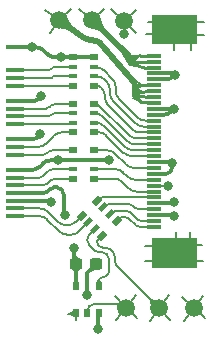
<source format=gbr>
%TF.GenerationSoftware,KiCad,Pcbnew,9.0.4*%
%TF.CreationDate,2025-09-07T07:02:52-04:00*%
%TF.ProjectId,flex_partial,666c6578-5f70-4617-9274-69616c2e6b69,v20231105*%
%TF.SameCoordinates,Original*%
%TF.FileFunction,Copper,L1,Top*%
%TF.FilePolarity,Positive*%
%FSLAX46Y46*%
G04 Gerber Fmt 4.6, Leading zero omitted, Abs format (unit mm)*
G04 Created by KiCad (PCBNEW 9.0.4) date 2025-09-07 07:02:52*
%MOMM*%
%LPD*%
G01*
G04 APERTURE LIST*
G04 Aperture macros list*
%AMRoundRect*
0 Rectangle with rounded corners*
0 $1 Rounding radius*
0 $2 $3 $4 $5 $6 $7 $8 $9 X,Y pos of 4 corners*
0 Add a 4 corners polygon primitive as box body*
4,1,4,$2,$3,$4,$5,$6,$7,$8,$9,$2,$3,0*
0 Add four circle primitives for the rounded corners*
1,1,$1+$1,$2,$3*
1,1,$1+$1,$4,$5*
1,1,$1+$1,$6,$7*
1,1,$1+$1,$8,$9*
0 Add four rect primitives between the rounded corners*
20,1,$1+$1,$2,$3,$4,$5,0*
20,1,$1+$1,$4,$5,$6,$7,0*
20,1,$1+$1,$6,$7,$8,$9,0*
20,1,$1+$1,$8,$9,$2,$3,0*%
%AMRotRect*
0 Rectangle, with rotation*
0 The origin of the aperture is its center*
0 $1 length*
0 $2 width*
0 $3 Rotation angle, in degrees counterclockwise*
0 Add horizontal line*
21,1,$1,$2,0,0,$3*%
G04 Aperture macros list end*
%TA.AperFunction,Conductor*%
%ADD10C,0.200000*%
%TD*%
%TA.AperFunction,NonConductor*%
%ADD11C,0.200000*%
%TD*%
%TA.AperFunction,EtchedComponent*%
%ADD12C,0.000000*%
%TD*%
%TA.AperFunction,SMDPad,CuDef*%
%ADD13C,1.500000*%
%TD*%
%TA.AperFunction,SMDPad,CuDef*%
%ADD14RoundRect,0.237500X-0.300000X-0.237500X0.300000X-0.237500X0.300000X0.237500X-0.300000X0.237500X0*%
%TD*%
%TA.AperFunction,SMDPad,CuDef*%
%ADD15RotRect,0.800000X0.500000X45.000000*%
%TD*%
%TA.AperFunction,SMDPad,CuDef*%
%ADD16RotRect,0.800000X0.400000X45.000000*%
%TD*%
%TA.AperFunction,SMDPad,CuDef*%
%ADD17R,0.800000X0.500000*%
%TD*%
%TA.AperFunction,SMDPad,CuDef*%
%ADD18R,0.800000X0.400000*%
%TD*%
%TA.AperFunction,CastellatedPad*%
%ADD19C,0.450000*%
%TD*%
%TA.AperFunction,ComponentPad*%
%ADD20C,0.450000*%
%TD*%
%TA.AperFunction,SMDPad,CuDef*%
%ADD21R,1.350000X0.450000*%
%TD*%
%TA.AperFunction,SMDPad,CuDef*%
%ADD22R,1.300000X0.300000*%
%TD*%
%TA.AperFunction,SMDPad,CuDef*%
%ADD23R,0.510000X0.700000*%
%TD*%
%TA.AperFunction,ViaPad*%
%ADD24C,0.800000*%
%TD*%
%TA.AperFunction,Conductor*%
%ADD25C,0.300000*%
%TD*%
%TA.AperFunction,Conductor*%
%ADD26C,0.500000*%
%TD*%
%TA.AperFunction,Conductor*%
%ADD27C,0.250000*%
%TD*%
G04 APERTURE END LIST*
D10*
%TO.N,+3.3VA*%
X91500000Y-112700000D02*
X91900000Y-112300000D01*
D11*
X101200000Y-110400000D02*
X101200000Y-109300000D01*
D10*
%TO.N,Net-(J4-Pin_1)*%
X95800000Y-115700000D02*
X96700000Y-116600000D01*
%TO.N,Net-(J5-Pin_1)*%
X97900000Y-115000000D02*
X98500000Y-115200000D01*
%TO.N,+3V3*%
X96600000Y-97600000D02*
X97000000Y-97800000D01*
%TO.N,GND*%
X92700000Y-112500000D02*
X92900000Y-111900000D01*
%TO.N,+5V*%
X96200000Y-95000000D02*
G75*
G02*
X96164658Y-94956894I200100J200100D01*
G01*
D11*
X101500000Y-92600000D02*
X102400000Y-92600000D01*
D10*
%TO.N,unconnected-(U1-NC-Pad1)*%
X91400000Y-116200000D02*
X90900000Y-116200000D01*
%TO.N,+5V*%
X93600000Y-92200000D02*
X92800000Y-91900000D01*
%TO.N,+3.3VA*%
X91400000Y-113600000D02*
X91500000Y-113200000D01*
%TO.N,+3V3*%
X90100000Y-91300000D02*
X89300000Y-92400000D01*
%TO.N,unconnected-(U1-NC-Pad1)*%
X91000000Y-116200000D02*
X91400000Y-116000000D01*
%TO.N,GND*%
X101500000Y-115700000D02*
X100500000Y-114800000D01*
D11*
X100000000Y-110400000D02*
X100000000Y-109300000D01*
D10*
%TO.N,+5V*%
X96500000Y-94700000D02*
X96858256Y-94355628D01*
D11*
X101400000Y-111700000D02*
X102300000Y-111700000D01*
D10*
%TO.N,GND*%
X93600000Y-116400000D02*
X93400000Y-116800000D01*
%TO.N,+3V3*%
X90100000Y-91300000D02*
X88900000Y-90500000D01*
X96600000Y-97000000D02*
X97000000Y-96800000D01*
%TO.N,Net-(J4-Pin_1)*%
X95800000Y-115700000D02*
X96600000Y-114600000D01*
D11*
X98300000Y-111700000D02*
X97400000Y-111700000D01*
D10*
%TO.N,+5V*%
X92900000Y-91300000D02*
X91800000Y-90400000D01*
%TO.N,+3V3*%
X97000000Y-96800000D02*
X96500000Y-96400000D01*
X90100000Y-91900000D02*
X90900000Y-92100000D01*
%TO.N,Net-(J4-Pin_1)*%
X95200000Y-115700000D02*
X95000000Y-115400000D01*
%TO.N,Net-(J5-Pin_1)*%
X98000000Y-115700000D02*
X97900000Y-115000000D01*
%TO.N,+3V3*%
X90700000Y-91200000D02*
X91100000Y-91800000D01*
%TO.N,+5V*%
X96200000Y-94400000D02*
X96858255Y-94355628D01*
%TO.N,Net-(J5-Pin_1)*%
X98600000Y-115700000D02*
X99500000Y-116700000D01*
%TO.N,GND*%
X101500000Y-115700000D02*
X100700000Y-116800000D01*
%TO.N,Net-(J3-Pin_1)*%
X95600000Y-91400000D02*
X94500000Y-90400000D01*
%TO.N,Net-(J4-Pin_1)*%
X95000000Y-115400000D02*
X95600000Y-115200000D01*
D11*
X101400000Y-91500000D02*
X102400000Y-91500000D01*
D10*
%TO.N,+3V3*%
X96600000Y-97200000D02*
X97200000Y-97400000D01*
X97000000Y-97800000D02*
X96800000Y-98000000D01*
D11*
X101300000Y-93100000D02*
X101300000Y-93900000D01*
D10*
X97200000Y-97400000D02*
X96600000Y-97600000D01*
%TO.N,Net-(J3-Pin_1)*%
X96600000Y-90500000D02*
X95600000Y-91400000D01*
%TO.N,+3.3VA*%
X91200000Y-112300000D02*
X91500000Y-112700000D01*
%TO.N,Net-(J5-Pin_1)*%
X98600000Y-115700000D02*
X97800000Y-116800000D01*
%TO.N,+5V*%
X96058601Y-95093100D02*
X95400000Y-94000000D01*
D11*
X98400000Y-92500000D02*
X97500000Y-92500000D01*
D10*
%TO.N,GND*%
X93300000Y-112300000D02*
X92600000Y-112700000D01*
D11*
X98500000Y-91500000D02*
X97600000Y-91500000D01*
D10*
%TO.N,+3V3*%
X90100000Y-91300000D02*
X91100000Y-90400000D01*
X96800000Y-97050000D02*
X97300000Y-96800000D01*
%TO.N,Net-(J3-Pin_1)*%
X95600000Y-91400000D02*
X96600000Y-92400000D01*
%TO.N,+5V*%
X96500000Y-95100000D02*
X97224375Y-94850000D01*
%TO.N,+3.3VA*%
X91500000Y-113200000D02*
X91700000Y-113600000D01*
%TO.N,+5V*%
X93800000Y-92000000D02*
X93500000Y-91100000D01*
%TO.N,+3V3*%
X96800000Y-96900000D02*
X96800000Y-97200000D01*
%TO.N,/CTRL*%
X93300000Y-113600000D02*
X93500000Y-113300000D01*
%TO.N,+3V3*%
X97000000Y-98300000D02*
X96400000Y-97900000D01*
%TO.N,GND*%
X101500000Y-115700000D02*
X102300000Y-114700000D01*
%TO.N,Net-(J4-Pin_1)*%
X95800000Y-115700000D02*
X94800000Y-114700000D01*
%TO.N,/CTRL*%
X93600000Y-113600000D02*
X93502711Y-113300000D01*
%TO.N,+5V*%
X92900000Y-91300000D02*
X93900000Y-90400000D01*
%TO.N,unconnected-(U1-NC-Pad1)*%
X91000000Y-116200000D02*
X91400000Y-116400000D01*
X91560000Y-116160000D02*
X91560000Y-116760000D01*
%TO.N,+3.3VA*%
X91400000Y-111200000D02*
X91700000Y-111600000D01*
%TO.N,Net-(J5-Pin_1)*%
X98600000Y-115700000D02*
X99400000Y-114600000D01*
%TO.N,Net-(J4-Pin_1)*%
X95800000Y-115700000D02*
X94900000Y-116700000D01*
D11*
X98300000Y-110500000D02*
X97400000Y-110500000D01*
X99800000Y-93100000D02*
X99800000Y-93900000D01*
D10*
%TO.N,Net-(J3-Pin_1)*%
X95600000Y-91400000D02*
X96600000Y-90500000D01*
D11*
X101200000Y-110400000D02*
X102200000Y-110400000D01*
D10*
%TO.N,+5V*%
X96100000Y-95100000D02*
X96700000Y-95200000D01*
%TO.N,+3.3VA*%
X91400000Y-111200000D02*
X91200000Y-111700000D01*
%TO.N,GND*%
X101500000Y-115700000D02*
X102500000Y-116600000D01*
D12*
%TA.AperFunction,EtchedComponent*%
%TD*%
%TO.C,J6*%
G36*
X101780000Y-93382000D02*
G01*
X97980000Y-93382000D01*
X97980000Y-90882000D01*
X101780000Y-90882000D01*
X101780000Y-93382000D01*
G37*
%TD.AperFunction*%
%TA.AperFunction,EtchedComponent*%
%TO.C,J6*%
G36*
X101780000Y-112318000D02*
G01*
X97980000Y-112318000D01*
X97980000Y-109818000D01*
X101780000Y-109818000D01*
X101780000Y-112318000D01*
G37*
%TD.AperFunction*%
%TD*%
D13*
%TO.P,J3.1,1,Pin_1*%
%TO.N,GND*%
X101500000Y-115700000D03*
%TD*%
D14*
%TO.P,C1,1*%
%TO.N,+3.3VA*%
X91537500Y-112000000D03*
%TO.P,C1,2*%
%TO.N,GND*%
X93262500Y-112000000D03*
%TD*%
D15*
%TO.P,RN4,1,R1.1*%
%TO.N,Net-(RN4-R1.1)*%
X92015076Y-107887868D03*
D16*
%TO.P,RN4,2,R2.1*%
%TO.N,Net-(RN4-R2.1)*%
X92580761Y-108453553D03*
%TO.P,RN4,3,R3.1*%
%TO.N,/CTRL*%
X93146447Y-109019239D03*
D15*
%TO.P,RN4,4,R4.1*%
%TO.N,Net-(J5-Pin_1)*%
X93712132Y-109584924D03*
%TO.P,RN4,5,R4.2*%
%TO.N,Net-(J6-Pin_1)*%
X94984924Y-108312132D03*
D16*
%TO.P,RN4,6,R3.2*%
%TO.N,Net-(J6-Pin_2)*%
X94419239Y-107746447D03*
%TO.P,RN4,7,R2.2*%
%TO.N,Net-(J6-Pin_4)*%
X93853553Y-107180761D03*
D15*
%TO.P,RN4,8,R1.2*%
%TO.N,Net-(J6-Pin_6)*%
X93287868Y-106615076D03*
%TD*%
D17*
%TO.P,RN3,1,R1.1*%
%TO.N,Net-(RN3-R1.1)*%
X91300000Y-102350000D03*
D18*
%TO.P,RN3,2,R2.1*%
%TO.N,GND*%
X91300000Y-103150000D03*
%TO.P,RN3,3,R3.1*%
%TO.N,Net-(RN3-R3.1)*%
X91300000Y-103950000D03*
D17*
%TO.P,RN3,4,R4.1*%
%TO.N,Net-(RN3-R4.1)*%
X91300000Y-104750000D03*
%TO.P,RN3,5,R4.2*%
%TO.N,Net-(J6-Pin_7)*%
X93100000Y-104750000D03*
D18*
%TO.P,RN3,6,R3.2*%
%TO.N,Net-(J6-Pin_9)*%
X93100000Y-103950000D03*
%TO.P,RN3,7,R2.2*%
%TO.N,GND*%
X93100000Y-103150000D03*
D17*
%TO.P,RN3,8,R1.2*%
%TO.N,Net-(J6-Pin_11)*%
X93100000Y-102350000D03*
%TD*%
%TO.P,RN2,1,R1.1*%
%TO.N,Net-(RN2-R1.1)*%
X91300000Y-98420000D03*
D18*
%TO.P,RN2,2,R2.1*%
%TO.N,Net-(RN2-R2.1)*%
X91300000Y-99220000D03*
%TO.P,RN2,3,R3.1*%
%TO.N,Net-(RN2-R3.1)*%
X91300000Y-100020000D03*
D17*
%TO.P,RN2,4,R4.1*%
%TO.N,Net-(RN2-R4.1)*%
X91300000Y-100820000D03*
%TO.P,RN2,5,R4.2*%
%TO.N,Net-(J6-Pin_13)*%
X93100000Y-100820000D03*
D18*
%TO.P,RN2,6,R3.2*%
%TO.N,Net-(J6-Pin_14)*%
X93100000Y-100020000D03*
%TO.P,RN2,7,R2.2*%
%TO.N,Net-(J6-Pin_15)*%
X93100000Y-99220000D03*
D17*
%TO.P,RN2,8,R1.2*%
%TO.N,Net-(J6-Pin_16)*%
X93100000Y-98420000D03*
%TD*%
D19*
%TO.P,X2,1,Pin_1*%
%TO.N,+3.3VA*%
X85760000Y-105980000D03*
D20*
X86435000Y-105980000D03*
D21*
X86435000Y-105980000D03*
%TD*%
D13*
%TO.P,J1,1,Pin_1*%
%TO.N,+5V*%
X92900000Y-91300000D03*
%TD*%
%TO.P,J3,1,Pin_1*%
%TO.N,Net-(J3-Pin_1)*%
X95600000Y-91400000D03*
%TD*%
D22*
%TO.P,J6,1,Pin_1*%
%TO.N,Net-(J6-Pin_1)*%
X98150000Y-108850000D03*
%TO.P,J6,2,Pin_2*%
%TO.N,Net-(J6-Pin_2)*%
X98150000Y-108350000D03*
%TO.P,J6,3,Pin_3*%
%TO.N,GND*%
X98150000Y-107850000D03*
%TO.P,J6,4,Pin_4*%
%TO.N,Net-(J6-Pin_4)*%
X98150000Y-107350000D03*
%TO.P,J6,5,Pin_5*%
%TO.N,GND*%
X98150000Y-106850000D03*
%TO.P,J6,6,Pin_6*%
%TO.N,Net-(J6-Pin_6)*%
X98150000Y-106350000D03*
%TO.P,J6,7,Pin_7*%
%TO.N,Net-(J6-Pin_7)*%
X98150000Y-105850000D03*
%TO.P,J6,8,Pin_8*%
%TO.N,Net-(J3-Pin_1)*%
X98150000Y-105350000D03*
%TO.P,J6,9,Pin_9*%
%TO.N,Net-(J6-Pin_9)*%
X98150000Y-104850000D03*
%TO.P,J6,10,Pin_10*%
%TO.N,GND*%
X98150000Y-104350000D03*
%TO.P,J6,11,Pin_11*%
%TO.N,Net-(J6-Pin_11)*%
X98150000Y-103850000D03*
%TO.P,J6,12,Pin_12*%
%TO.N,GND*%
X98150000Y-103350000D03*
%TO.P,J6,13,Pin_13*%
%TO.N,Net-(J6-Pin_13)*%
X98150000Y-102850000D03*
%TO.P,J6,14,Pin_14*%
%TO.N,Net-(J6-Pin_14)*%
X98150000Y-102350000D03*
%TO.P,J6,15,Pin_15*%
%TO.N,Net-(J6-Pin_15)*%
X98150000Y-101850000D03*
%TO.P,J6,16,Pin_16*%
%TO.N,Net-(J6-Pin_16)*%
X98150000Y-101350000D03*
%TO.P,J6,17,Pin_17*%
%TO.N,Net-(J6-Pin_17)*%
X98150000Y-100850000D03*
%TO.P,J6,18,Pin_18*%
%TO.N,Net-(J6-Pin_18)*%
X98150000Y-100350000D03*
%TO.P,J6,19,Pin_19*%
%TO.N,Net-(J6-Pin_19)*%
X98150000Y-99850000D03*
%TO.P,J6,20,Pin_20*%
%TO.N,GND*%
X98150000Y-99350000D03*
%TO.P,J6,21,Pin_21*%
X98150000Y-98850000D03*
%TO.P,J6,22,Pin_22*%
%TO.N,+3V3*%
X98150000Y-98350000D03*
%TO.P,J6,23,Pin_23*%
X98150000Y-97850000D03*
%TO.P,J6,24,Pin_24*%
X98150000Y-97350000D03*
%TO.P,J6,25,Pin_25*%
X98150000Y-96850000D03*
%TO.P,J6,26,Pin_26*%
%TO.N,GND*%
X98150000Y-96350000D03*
%TO.P,J6,27,Pin_27*%
X98150000Y-95850000D03*
%TO.P,J6,28,Pin_28*%
%TO.N,+5V*%
X98150000Y-95350000D03*
%TO.P,J6,29,Pin_29*%
X98150000Y-94850000D03*
%TO.P,J6,30,Pin_30*%
X98150000Y-94350000D03*
%TD*%
D17*
%TO.P,RN1,1,R1.1*%
%TO.N,GND*%
X91300000Y-94500000D03*
D18*
%TO.P,RN1,2,R2.1*%
%TO.N,Net-(RN1-R2.1)*%
X91300000Y-95300000D03*
%TO.P,RN1,3,R3.1*%
%TO.N,Net-(RN1-R3.1)*%
X91300000Y-96100000D03*
D17*
%TO.P,RN1,4,R4.1*%
%TO.N,Net-(RN1-R4.1)*%
X91300000Y-96900000D03*
%TO.P,RN1,5,R4.2*%
%TO.N,Net-(J6-Pin_17)*%
X93100000Y-96900000D03*
D18*
%TO.P,RN1,6,R3.2*%
%TO.N,Net-(J6-Pin_18)*%
X93100000Y-96100000D03*
%TO.P,RN1,7,R2.2*%
%TO.N,Net-(J6-Pin_19)*%
X93100000Y-95300000D03*
D17*
%TO.P,RN1,8,R1.2*%
%TO.N,GND*%
X93100000Y-94500000D03*
%TD*%
D13*
%TO.P,J5,1,Pin_1*%
%TO.N,Net-(J5-Pin_1)*%
X98600000Y-115700000D03*
%TD*%
%TO.P,J2,1,Pin_1*%
%TO.N,+3V3*%
X90100000Y-91300000D03*
%TD*%
D19*
%TO.P,X1,6,SCLK*%
%TO.N,Net-(RN4-R2.1)*%
X85755000Y-107930000D03*
D20*
X86430000Y-107930000D03*
D21*
X86430000Y-107930000D03*
D19*
%TO.P,X1,7,SDATA*%
%TO.N,Net-(RN4-R1.1)*%
X85755000Y-107280000D03*
D20*
X86430000Y-107280000D03*
D21*
X86430000Y-107280000D03*
D19*
%TO.P,X1,8,GND*%
%TO.N,GND*%
X85755000Y-106630000D03*
D20*
X86430000Y-106630000D03*
D21*
X86430000Y-106630000D03*
D19*
%TO.P,X1,10,LRCLK*%
%TO.N,Net-(RN3-R4.1)*%
X85755000Y-105330000D03*
D20*
X86430000Y-105330000D03*
D21*
X86430000Y-105330000D03*
D19*
%TO.P,X1,11,VCLK*%
%TO.N,Net-(RN3-R3.1)*%
X85755000Y-104680000D03*
D20*
X86430000Y-104680000D03*
D21*
X86430000Y-104680000D03*
D19*
%TO.P,X1,12,GND*%
%TO.N,GND*%
X85755000Y-104030000D03*
D20*
X86430000Y-104030000D03*
D21*
X86430000Y-104030000D03*
D19*
%TO.P,X1,14,nDSYNC*%
%TO.N,Net-(RN3-R1.1)*%
X85755000Y-102730000D03*
D20*
X86430000Y-102730000D03*
D21*
X86430000Y-102730000D03*
D19*
%TO.P,X1,15,D6*%
%TO.N,Net-(RN2-R4.1)*%
X85755000Y-102080000D03*
D20*
X86430000Y-102080000D03*
D21*
X86430000Y-102080000D03*
D19*
%TO.P,X1,16,GND*%
%TO.N,GND*%
X85755000Y-101430000D03*
D20*
X86430000Y-101430000D03*
D21*
X86430000Y-101430000D03*
D19*
%TO.P,X1,18,D5*%
%TO.N,Net-(RN2-R3.1)*%
X85755000Y-100130000D03*
D20*
X86430000Y-100130000D03*
D21*
X86430000Y-100130000D03*
D19*
%TO.P,X1,19,D4*%
%TO.N,Net-(RN2-R2.1)*%
X85755000Y-99480000D03*
D20*
X86430000Y-99480000D03*
D21*
X86430000Y-99480000D03*
D19*
%TO.P,X1,20,D3*%
%TO.N,Net-(RN2-R1.1)*%
X85755000Y-98830000D03*
D20*
X86430000Y-98830000D03*
D21*
X86430000Y-98830000D03*
D19*
%TO.P,X1,21,GND*%
%TO.N,GND*%
X85755000Y-98180000D03*
D20*
X86430000Y-98180000D03*
D21*
X86430000Y-98180000D03*
D19*
%TO.P,X1,23,D2*%
%TO.N,Net-(RN1-R4.1)*%
X85755000Y-96880000D03*
D20*
X86430000Y-96880000D03*
D21*
X86430000Y-96880000D03*
D19*
%TO.P,X1,24,D1*%
%TO.N,Net-(RN1-R3.1)*%
X85755000Y-96230000D03*
D20*
X86430000Y-96230000D03*
D21*
X86430000Y-96230000D03*
D19*
%TO.P,X1,25,D0*%
%TO.N,Net-(RN1-R2.1)*%
X85755000Y-95580000D03*
D20*
X86430000Y-95580000D03*
D21*
X86430000Y-95580000D03*
D19*
%TO.P,X1,28,GND*%
%TO.N,GND*%
X85755000Y-93630000D03*
D20*
X86430000Y-93630000D03*
D21*
X86430000Y-93630000D03*
%TD*%
D13*
%TO.P,J4,1,Pin_1*%
%TO.N,Net-(J4-Pin_1)*%
X95800000Y-115700000D03*
%TD*%
D23*
%TO.P,U1,1,NC*%
%TO.N,unconnected-(U1-NC-Pad1)*%
X91550000Y-116160000D03*
%TO.P,U1,2*%
%TO.N,Net-(J4-Pin_1)*%
X92500000Y-116160000D03*
%TO.P,U1,3,GND*%
%TO.N,GND*%
X93450000Y-116160000D03*
%TO.P,U1,4*%
%TO.N,/CTRL*%
X93450000Y-113840000D03*
%TO.P,U1,5,VCC*%
%TO.N,+3.3VA*%
X91550000Y-113840000D03*
%TD*%
D24*
%TO.N,GND*%
X99800000Y-98900000D03*
%TO.N,+3.3VA*%
X90600000Y-107800000D03*
X91400000Y-110600000D03*
%TO.N,GND*%
X90300000Y-94500000D03*
X99900000Y-96000000D03*
X99700000Y-103400000D03*
X93400000Y-117500000D03*
X89400000Y-106700000D03*
X94300000Y-103200000D03*
X101500000Y-115700000D03*
X92500000Y-114600000D03*
X88500000Y-101000000D03*
X90000000Y-103200000D03*
X87800000Y-93630000D03*
X88600000Y-97800000D03*
%TO.N,Net-(J3-Pin_1)*%
X99314497Y-105391302D03*
X95600000Y-92500000D03*
%TO.N,GND*%
X99800000Y-106700000D03*
X99800000Y-107900000D03*
%TD*%
D25*
%TO.N,GND*%
X98935786Y-99350000D02*
G75*
G03*
X99642900Y-99057114I14J1000000D01*
G01*
X98150000Y-99350000D02*
X98935786Y-99350000D01*
X99642893Y-99057107D02*
X99800000Y-98900000D01*
X99750000Y-98850000D02*
X99800000Y-98900000D01*
X98150000Y-98850000D02*
X99750000Y-98850000D01*
%TO.N,+3.3VA*%
X89166447Y-105833553D02*
X89353554Y-105646446D01*
X89707107Y-105500000D02*
X89892893Y-105500000D01*
X90500000Y-107700000D02*
X90600000Y-107800000D01*
X91400000Y-111862501D02*
X91537499Y-112000000D01*
X91537499Y-112000000D02*
X91537499Y-113827499D01*
X91537499Y-113827499D02*
X91550000Y-113840000D01*
X91400000Y-110600000D02*
X91400000Y-111862501D01*
X90246447Y-105646447D02*
X90353554Y-105753554D01*
X86435000Y-105980000D02*
X88812893Y-105980000D01*
X90500000Y-106107107D02*
X90500000Y-107700000D01*
X89707107Y-105500000D02*
G75*
G03*
X89353551Y-105646443I-7J-500000D01*
G01*
X89892893Y-105500000D02*
G75*
G02*
X90246450Y-105646444I7J-500000D01*
G01*
X90353554Y-105753554D02*
G75*
G02*
X90499995Y-106107107I-353554J-353546D01*
G01*
X89166447Y-105833553D02*
G75*
G02*
X88812893Y-105979995I-353547J353553D01*
G01*
%TO.N,GND*%
X86430000Y-98180000D02*
X88012893Y-98180000D01*
X86430000Y-93630000D02*
X87800000Y-93630000D01*
X86430000Y-104030000D02*
X87755786Y-104030000D01*
X93262501Y-112000000D02*
X92500000Y-112762501D01*
X93400000Y-117500000D02*
X93400000Y-116210000D01*
X86430000Y-106630000D02*
X89330000Y-106630000D01*
X99750000Y-95850000D02*
X99900000Y-96000000D01*
X98150000Y-95850000D02*
X99750000Y-95850000D01*
X88822893Y-93922893D02*
X89107107Y-94207107D01*
X91300000Y-94500000D02*
X93100000Y-94500000D01*
X98150000Y-96349999D02*
X99135787Y-96349999D01*
X87800000Y-93630000D02*
X88115786Y-93630000D01*
X89330000Y-106630000D02*
X89400000Y-106700000D01*
X98150000Y-103350000D02*
X99650000Y-103350000D01*
X92500000Y-112762501D02*
X92500000Y-114600000D01*
X94250000Y-103150000D02*
X94300000Y-103200000D01*
X93100000Y-103150000D02*
X94250000Y-103150000D01*
X99842894Y-96057106D02*
X99900000Y-96000000D01*
X90050000Y-103150000D02*
X90000000Y-103200000D01*
X98150000Y-104350000D02*
X99142893Y-104350000D01*
X88216447Y-101283553D02*
X88500000Y-101000000D01*
X93100000Y-103150000D02*
X91300000Y-103150000D01*
X99496447Y-104203553D02*
X99553554Y-104146446D01*
X88366447Y-98033553D02*
X88600000Y-97800000D01*
X93400000Y-116210000D02*
X93450000Y-116160000D01*
X86430000Y-101430000D02*
X87862893Y-101430000D01*
X93100000Y-94500000D02*
X93187786Y-94500000D01*
X89814214Y-94500000D02*
X90300000Y-94500000D01*
X91300000Y-103150000D02*
X90050000Y-103150000D01*
X88462893Y-103737107D02*
X88707107Y-103492893D01*
X99700000Y-103792893D02*
X99700000Y-103400000D01*
X99650000Y-103350000D02*
X99700000Y-103400000D01*
X89414214Y-103200000D02*
X90000000Y-103200000D01*
X90300000Y-94500000D02*
X91300000Y-94500000D01*
X88462893Y-103737107D02*
G75*
G02*
X87755786Y-104029990I-707093J707107D01*
G01*
X89107107Y-94207107D02*
G75*
G03*
X89814214Y-94499990I707093J707107D01*
G01*
X88216447Y-101283553D02*
G75*
G02*
X87862893Y-101429995I-353547J353553D01*
G01*
X99700000Y-103792893D02*
G75*
G02*
X99553557Y-104146449I-500000J-7D01*
G01*
X88707107Y-103492893D02*
G75*
G02*
X89414214Y-103200010I707093J-707107D01*
G01*
X99842894Y-96057106D02*
G75*
G02*
X99135787Y-96349990I-707094J707106D01*
G01*
X88822893Y-93922893D02*
G75*
G03*
X88115786Y-93630010I-707093J-707107D01*
G01*
X99142893Y-104350000D02*
G75*
G03*
X99496450Y-104203556I7J500000D01*
G01*
X88012893Y-98180000D02*
G75*
G03*
X88366450Y-98033556I7J500000D01*
G01*
D26*
%TO.N,+5V*%
X92900000Y-91300000D02*
X96018214Y-94418214D01*
D27*
X98150000Y-95350001D02*
X97264215Y-95350001D01*
D26*
X96164660Y-94771767D02*
X96159740Y-94776687D01*
D27*
X96350000Y-94850000D02*
X96200000Y-94700000D01*
X98150000Y-94850000D02*
X96350000Y-94850000D01*
D26*
X96159740Y-94951973D02*
X96164660Y-94956893D01*
D27*
X96557108Y-95057108D02*
X96200000Y-94700000D01*
D26*
X96159740Y-94776687D02*
X96159740Y-94951973D01*
D27*
X98150000Y-94350000D02*
X96964214Y-94350000D01*
X96257107Y-94642893D02*
X96200000Y-94700000D01*
X96964214Y-94350000D02*
G75*
G03*
X96257100Y-94642886I-14J-1000000D01*
G01*
X97264215Y-95350001D02*
G75*
G02*
X96557101Y-95057115I-15J1000001D01*
G01*
D26*
X96018214Y-94418214D02*
G75*
G02*
X96164695Y-94771767I-353514J-353586D01*
G01*
D10*
%TO.N,Net-(J3-Pin_1)*%
X98191303Y-105391302D02*
X98150000Y-105349999D01*
D27*
X95600000Y-92500000D02*
X95600000Y-91400000D01*
D10*
X99314497Y-105391302D02*
X98191303Y-105391302D01*
%TO.N,Net-(J4-Pin_1)*%
X95800000Y-115700000D02*
X95500000Y-115400000D01*
X92653553Y-115546447D02*
X92646446Y-115553554D01*
X92500000Y-115907107D02*
X92500000Y-116160000D01*
X95500000Y-115400000D02*
X93007107Y-115400000D01*
X93007107Y-115400000D02*
G75*
G03*
X92653550Y-115546444I-7J-500000D01*
G01*
X92646446Y-115553554D02*
G75*
G03*
X92500005Y-115907107I353554J-353546D01*
G01*
%TO.N,Net-(J5-Pin_1)*%
X94653553Y-110953553D02*
X94446446Y-110746446D01*
X94800000Y-111692893D02*
X94800000Y-111307107D01*
X98600000Y-115700000D02*
X94946446Y-112046446D01*
X93453553Y-110453553D02*
X93446446Y-110446446D01*
X94092893Y-110600000D02*
X93807107Y-110600000D01*
X93300000Y-110092893D02*
X93300000Y-109997056D01*
X93300000Y-109997056D02*
X93712132Y-109584924D01*
X93453553Y-110453553D02*
G75*
G03*
X93807107Y-110599995I353547J353553D01*
G01*
X94800000Y-111692893D02*
G75*
G03*
X94946443Y-112046449I500000J-7D01*
G01*
X94653553Y-110953553D02*
G75*
G02*
X94799995Y-111307107I-353553J-353547D01*
G01*
X93446446Y-110446446D02*
G75*
G02*
X93300005Y-110092893I353554J353546D01*
G01*
X94446446Y-110746446D02*
G75*
G03*
X94092893Y-110600005I-353546J-353554D01*
G01*
%TO.N,Net-(J6-Pin_13)*%
X93100000Y-100820000D02*
X93405786Y-100820000D01*
X96264214Y-102850000D02*
X98149999Y-102850000D01*
X94112893Y-101112893D02*
X95557107Y-102557107D01*
X96264214Y-102850000D02*
G75*
G02*
X95557100Y-102557114I-14J1000000D01*
G01*
X94112893Y-101112893D02*
G75*
G03*
X93405786Y-100820010I-707093J-707107D01*
G01*
%TO.N,Net-(J6-Pin_17)*%
X93100000Y-96900000D02*
X93396447Y-96900000D01*
X93573224Y-96973224D02*
X93707107Y-97107107D01*
X94000000Y-97814214D02*
X94000000Y-97885786D01*
X94292893Y-98592893D02*
X96257107Y-100557107D01*
X96964214Y-100850000D02*
X98150000Y-100850000D01*
X96964214Y-100850000D02*
G75*
G02*
X96257100Y-100557114I-14J1000000D01*
G01*
X93573224Y-96973224D02*
G75*
G03*
X93396447Y-96899967I-176824J-176776D01*
G01*
X93707107Y-97107107D02*
G75*
G02*
X93999990Y-97814214I-707107J-707093D01*
G01*
X94292893Y-98592893D02*
G75*
G02*
X94000010Y-97885786I707107J707093D01*
G01*
%TO.N,Net-(J6-Pin_14)*%
X93100000Y-100020000D02*
X93205786Y-100020000D01*
X93912893Y-100312893D02*
X95657107Y-102057107D01*
X96364214Y-102350000D02*
X98150000Y-102350000D01*
X93912893Y-100312893D02*
G75*
G03*
X93205786Y-100020010I-707093J-707107D01*
G01*
X95657107Y-102057107D02*
G75*
G03*
X96364214Y-102349990I707093J707107D01*
G01*
D27*
%TO.N,+3V3*%
X98150000Y-98350000D02*
X97000000Y-98300000D01*
D26*
X96500000Y-97400000D02*
X96500000Y-97800000D01*
D27*
X98150000Y-97350000D02*
X96500000Y-97400000D01*
X98150000Y-97850001D02*
X96500000Y-97800000D01*
D26*
X90100000Y-91300000D02*
X92207675Y-92832855D01*
D27*
X98150000Y-96850000D02*
X96500000Y-96789592D01*
X97000000Y-98300000D02*
X96500000Y-97800000D01*
D26*
X93514680Y-93229477D02*
X96374294Y-96458074D01*
X96500000Y-96789592D02*
X96500000Y-97400000D01*
X92412318Y-92920422D02*
X93229828Y-93069060D01*
X92412318Y-92920422D02*
G75*
G02*
X92207686Y-92832840I89482J491922D01*
G01*
X96500000Y-96789592D02*
G75*
G03*
X96374290Y-96458078I-500000J-8D01*
G01*
X93229828Y-93069060D02*
G75*
G02*
X93514687Y-93229471I-89428J-491940D01*
G01*
D10*
%TO.N,Net-(J6-Pin_15)*%
X93100000Y-99220000D02*
X93105786Y-99220000D01*
X93812893Y-99512893D02*
X95857107Y-101557107D01*
X96564214Y-101850000D02*
X98150000Y-101850000D01*
X93105786Y-99220000D02*
G75*
G02*
X93812900Y-99512886I14J-1000000D01*
G01*
X96564214Y-101850000D02*
G75*
G02*
X95857100Y-101557114I-14J1000000D01*
G01*
%TO.N,Net-(J6-Pin_18)*%
X93992893Y-96392893D02*
X94107107Y-96507107D01*
X94400000Y-97214214D02*
X94400000Y-97485786D01*
X97264214Y-100350000D02*
X98149999Y-100350000D01*
X93100000Y-96100000D02*
X93285786Y-96100000D01*
X94692893Y-98192893D02*
X96557107Y-100057107D01*
X93992893Y-96392893D02*
G75*
G03*
X93285786Y-96100010I-707093J-707107D01*
G01*
X94107107Y-96507107D02*
G75*
G02*
X94399990Y-97214214I-707107J-707093D01*
G01*
X97264214Y-100350000D02*
G75*
G02*
X96557100Y-100057114I-14J1000000D01*
G01*
X94692893Y-98192893D02*
G75*
G02*
X94400010Y-97485786I707107J707093D01*
G01*
%TO.N,Net-(J6-Pin_16)*%
X93100000Y-98420000D02*
X93264447Y-98420000D01*
X93441224Y-98493224D02*
X96005107Y-101057107D01*
X96712214Y-101350000D02*
X98150000Y-101350000D01*
X93264447Y-98420000D02*
G75*
G02*
X93441201Y-98493247I-47J-250000D01*
G01*
X96712214Y-101350000D02*
G75*
G02*
X96005100Y-101057114I-14J1000000D01*
G01*
%TO.N,Net-(RN1-R4.1)*%
X86430000Y-96880000D02*
X91280000Y-96880000D01*
X91280000Y-96880000D02*
X91300000Y-96900000D01*
%TO.N,Net-(RN1-R2.1)*%
X86430000Y-95580000D02*
X89216447Y-95580000D01*
X89393224Y-95506776D02*
X89526777Y-95373223D01*
X89703553Y-95300000D02*
X91300000Y-95300000D01*
X89393224Y-95506776D02*
G75*
G02*
X89216447Y-95580033I-176824J176776D01*
G01*
X89526777Y-95373223D02*
G75*
G02*
X89703553Y-95299967I176823J-176777D01*
G01*
%TO.N,Net-(RN1-R3.1)*%
X86430000Y-96230000D02*
X89428579Y-96230000D01*
X89641421Y-96100000D02*
X91300000Y-96100000D01*
X89499290Y-96200710D02*
X89570711Y-96129289D01*
X89641421Y-96100000D02*
G75*
G03*
X89570700Y-96129278I-21J-100000D01*
G01*
X89428579Y-96230000D02*
G75*
G03*
X89499301Y-96200721I21J100000D01*
G01*
%TO.N,Net-(RN2-R1.1)*%
X86430000Y-98830000D02*
X88962893Y-98830000D01*
X89787107Y-98420000D02*
X91300000Y-98420000D01*
X89316447Y-98683553D02*
X89433554Y-98566446D01*
X89316447Y-98683553D02*
G75*
G02*
X88962893Y-98829995I-353547J353553D01*
G01*
X89433554Y-98566446D02*
G75*
G02*
X89787107Y-98420005I353546J-353554D01*
G01*
%TO.N,Net-(RN2-R2.1)*%
X89745685Y-99220000D02*
X91300000Y-99220000D01*
X89437158Y-99362842D02*
X89462843Y-99337157D01*
X86430000Y-99480000D02*
X89154315Y-99480000D01*
X89745685Y-99220000D02*
G75*
G03*
X89462850Y-99337164I15J-400000D01*
G01*
X89154315Y-99480000D02*
G75*
G03*
X89437151Y-99362835I-15J400000D01*
G01*
%TO.N,Net-(RN2-R3.1)*%
X91190000Y-100130000D02*
X91300000Y-100020000D01*
X86430000Y-100130000D02*
X91190000Y-100130000D01*
X86430000Y-100130000D02*
X86510000Y-100050000D01*
%TO.N,Net-(RN2-R4.1)*%
X89012893Y-101787107D02*
X89687107Y-101112893D01*
X86430000Y-102080000D02*
X88305786Y-102080000D01*
X90394214Y-100820000D02*
X91300000Y-100820000D01*
X90394214Y-100820000D02*
G75*
G03*
X89687100Y-101112886I-14J-1000000D01*
G01*
X88305786Y-102080000D02*
G75*
G03*
X89012900Y-101787114I14J1000000D01*
G01*
%TO.N,Net-(RN3-R3.1)*%
X89557107Y-103950000D02*
X91300000Y-103950000D01*
X88766447Y-104533553D02*
X89203554Y-104096446D01*
X86430000Y-104680000D02*
X88412893Y-104680000D01*
X89557107Y-103950000D02*
G75*
G03*
X89203551Y-104096443I-7J-500000D01*
G01*
X88412893Y-104680000D02*
G75*
G03*
X88766450Y-104533556I7J500000D01*
G01*
%TO.N,Net-(RN3-R1.1)*%
X89557107Y-102350000D02*
X91300000Y-102350000D01*
X89116447Y-102583553D02*
X89203554Y-102496446D01*
X86430000Y-102730000D02*
X88762893Y-102730000D01*
X88762893Y-102730000D02*
G75*
G03*
X89116450Y-102583556I7J500000D01*
G01*
X89557107Y-102350000D02*
G75*
G03*
X89203551Y-102496443I-7J-500000D01*
G01*
%TO.N,Net-(RN4-R1.1)*%
X91495837Y-108407107D02*
X92015076Y-107887868D01*
X89172893Y-107572893D02*
X90007107Y-108407107D01*
X90714214Y-108700000D02*
X90788730Y-108700000D01*
X86430000Y-107280000D02*
X88465786Y-107280000D01*
X90788730Y-108700000D02*
G75*
G03*
X91495822Y-108407092I-30J1000000D01*
G01*
X88465786Y-107280000D02*
G75*
G02*
X89172900Y-107572886I14J-1000000D01*
G01*
X90714214Y-108700000D02*
G75*
G02*
X90007100Y-108407114I-14J1000000D01*
G01*
%TO.N,Net-(RN3-R4.1)*%
X86430000Y-105330000D02*
X88762893Y-105330000D01*
X89757107Y-104750000D02*
X91300000Y-104750000D01*
X89116447Y-105183553D02*
X89403554Y-104896446D01*
X89403554Y-104896446D02*
G75*
G02*
X89757107Y-104750005I353546J-353554D01*
G01*
X89116447Y-105183553D02*
G75*
G02*
X88762893Y-105329995I-353547J353553D01*
G01*
%TO.N,/CTRL*%
X93792893Y-111000000D02*
X93507107Y-111000000D01*
X94153553Y-111153553D02*
X94146446Y-111146446D01*
X93523224Y-113276776D02*
X93626777Y-113173223D01*
X93450000Y-113840000D02*
X93450000Y-113453553D01*
X93153553Y-110853553D02*
X92646446Y-110346446D01*
X92500000Y-109992893D02*
X92500000Y-109872793D01*
X94073224Y-113026776D02*
X94226777Y-112873223D01*
X92646447Y-109519239D02*
X93146447Y-109019239D01*
X94300000Y-112696447D02*
X94300000Y-111507107D01*
X93803553Y-113100000D02*
X93896447Y-113100000D01*
X94300000Y-111507107D02*
G75*
G03*
X94153556Y-111153550I-500000J7D01*
G01*
X93803553Y-113100000D02*
G75*
G03*
X93626800Y-113173246I47J-250000D01*
G01*
X92500000Y-109872793D02*
G75*
G02*
X92646451Y-109519243I500000J-7D01*
G01*
X93523224Y-113276776D02*
G75*
G03*
X93449967Y-113453553I176776J-176824D01*
G01*
X94146446Y-111146446D02*
G75*
G03*
X93792893Y-111000005I-353546J-353554D01*
G01*
X94300000Y-112696447D02*
G75*
G02*
X94226754Y-112873200I-250000J47D01*
G01*
X93507107Y-111000000D02*
G75*
G02*
X93153550Y-110853556I-7J500000D01*
G01*
X93896447Y-113100000D02*
G75*
G03*
X94073201Y-113026753I-47J250000D01*
G01*
X92646446Y-110346446D02*
G75*
G02*
X92500005Y-109992893I353554J353546D01*
G01*
%TO.N,Net-(RN4-R2.1)*%
X89122893Y-108222893D02*
X90107107Y-109207107D01*
X86430000Y-107930000D02*
X88415786Y-107930000D01*
X91827207Y-109207107D02*
X92580761Y-108453553D01*
X90814214Y-109500000D02*
X91120100Y-109500000D01*
X90814214Y-109500000D02*
G75*
G02*
X90107100Y-109207114I-14J1000000D01*
G01*
X89122893Y-108222893D02*
G75*
G03*
X88415786Y-107930010I-707093J-707107D01*
G01*
X91120100Y-109500000D02*
G75*
G03*
X91827207Y-109207107I0J1000000D01*
G01*
%TO.N,Net-(J6-Pin_1)*%
X94984924Y-108312132D02*
X95150610Y-108146446D01*
X95504163Y-108000000D02*
X95692893Y-108000000D01*
X96046447Y-108146447D02*
X96603554Y-108703554D01*
X96957107Y-108850000D02*
X98150000Y-108850000D01*
X95504163Y-108000000D02*
G75*
G03*
X95150629Y-108146465I37J-500000D01*
G01*
X96957107Y-108850000D02*
G75*
G02*
X96603551Y-108703557I-7J500000D01*
G01*
X95692893Y-108000000D02*
G75*
G02*
X96046450Y-108146444I7J-500000D01*
G01*
%TO.N,Net-(J6-Pin_6)*%
X93287868Y-106615076D02*
X93406498Y-106496446D01*
X93760051Y-106350000D02*
X98150000Y-106350000D01*
X93760051Y-106350000D02*
G75*
G03*
X93406523Y-106496471I49J-500000D01*
G01*
%TO.N,Net-(J6-Pin_19)*%
X97426404Y-99850000D02*
X98150000Y-99850000D01*
X93100000Y-95300000D02*
X93185786Y-95300000D01*
X95192893Y-98030703D02*
X96719297Y-99557107D01*
X94900000Y-97014214D02*
X94900000Y-97323596D01*
X93892893Y-95592893D02*
X94607107Y-96307107D01*
X96719297Y-99557107D02*
G75*
G03*
X97426404Y-99849997I707103J707107D01*
G01*
X94607107Y-96307107D02*
G75*
G02*
X94899990Y-97014214I-707107J-707093D01*
G01*
X93892893Y-95592893D02*
G75*
G03*
X93185786Y-95300010I-707093J-707107D01*
G01*
X95192893Y-98030703D02*
G75*
G02*
X94900003Y-97323596I707107J707103D01*
G01*
%TO.N,Net-(J6-Pin_11)*%
X94842893Y-102642893D02*
X95757107Y-103557107D01*
X93100000Y-102350000D02*
X94135786Y-102350000D01*
X96464214Y-103850000D02*
X98150000Y-103850000D01*
X96464214Y-103850000D02*
G75*
G02*
X95757100Y-103557114I-14J1000000D01*
G01*
X94135786Y-102350000D02*
G75*
G02*
X94842900Y-102642886I14J-1000000D01*
G01*
%TO.N,Net-(J6-Pin_4)*%
X96857107Y-107350000D02*
X98150000Y-107350000D01*
X94343503Y-106897918D02*
X95990811Y-106897918D01*
X96344365Y-107044365D02*
X96503554Y-107203554D01*
X93853553Y-107180761D02*
X93989950Y-107044364D01*
X96857107Y-107350000D02*
G75*
G02*
X96503551Y-107203557I-7J500000D01*
G01*
X95990811Y-106897918D02*
G75*
G02*
X96344356Y-107044374I-11J-499982D01*
G01*
X93989950Y-107044364D02*
G75*
G02*
X94343503Y-106897915I353550J-353536D01*
G01*
%TO.N,Net-(J6-Pin_7)*%
X93100000Y-104750000D02*
X94735786Y-104750000D01*
X96664214Y-105850000D02*
X98150000Y-105850000D01*
X95442893Y-105042893D02*
X95957107Y-105557107D01*
X95957107Y-105557107D02*
G75*
G03*
X96664214Y-105849990I707093J707107D01*
G01*
X95442893Y-105042893D02*
G75*
G03*
X94735786Y-104750010I-707093J-707107D01*
G01*
%TO.N,Net-(J6-Pin_2)*%
X97057107Y-108350000D02*
X98150000Y-108350000D01*
X94419239Y-107746447D02*
X94555636Y-107610050D01*
X96110051Y-107610051D02*
X96703554Y-108203554D01*
X94909189Y-107463604D02*
X95756497Y-107463604D01*
X94555636Y-107610050D02*
G75*
G02*
X94909189Y-107463595I353564J-353550D01*
G01*
X96110051Y-107610051D02*
G75*
G03*
X95756497Y-107463605I-353551J-353549D01*
G01*
X96703554Y-108203554D02*
G75*
G03*
X97057107Y-108349995I353546J353554D01*
G01*
%TO.N,Net-(J6-Pin_9)*%
X95542893Y-104242893D02*
X95857107Y-104557107D01*
X96564214Y-104850000D02*
X98150000Y-104850000D01*
X93100000Y-103950000D02*
X94835786Y-103950000D01*
X95542893Y-104242893D02*
G75*
G03*
X94835786Y-103950010I-707093J-707107D01*
G01*
X95857107Y-104557107D02*
G75*
G03*
X96564214Y-104849990I707093J707107D01*
G01*
D25*
%TO.N,GND*%
X99649999Y-106850001D02*
X99800000Y-106700000D01*
X98150000Y-106850001D02*
X99649999Y-106850001D01*
X99749999Y-107849999D02*
X99800000Y-107900000D01*
X98150000Y-107849999D02*
X99749999Y-107849999D01*
%TD*%
M02*

</source>
